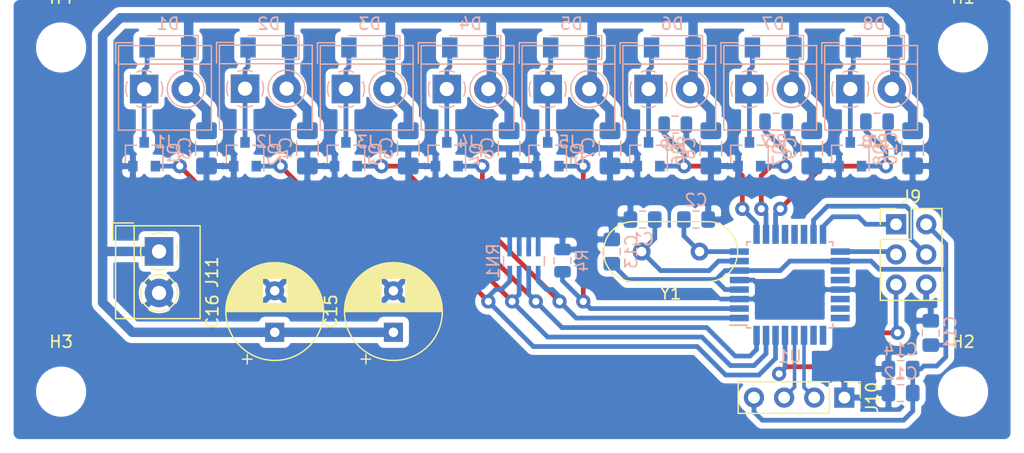
<source format=kicad_pcb>
(kicad_pcb (version 20171130) (host pcbnew 5.0.1)
  (layers (0 F.Cu signal) (31 B.Cu signal) (34 B.Paste user hide) (35 F.Paste user hide) (36 B.SilkS user hide) (37 F.SilkS user hide) (38 B.Mask user hide) (39 F.Mask user hide) (44 Edge.Cuts user hide))
  (net 0 "")
  (net 1 GND)
  (net 2 "Net-(U1-Pad12)")
  (net 3 "Net-(U1-Pad13)")
  (net 4 "Net-(U1-Pad14)")
  (net 5 "Net-(U1-Pad19)")
  (net 6 "Net-(U1-Pad20)")
  (net 7 "Net-(U1-Pad22)")
  (net 8 "Net-(U1-Pad23)")
  (net 9 "Net-(U1-Pad24)")
  (net 10 "Net-(U1-Pad25)")
  (net 11 "Net-(U1-Pad26)")
  (net 12 "Net-(D1-Pad2)")
  (net 13 +12V)
  (net 14 "Net-(D6-Pad2)")
  (net 15 "Net-(D5-Pad2)")
  (net 16 "Net-(D4-Pad2)")
  (net 17 "Net-(D3-Pad2)")
  (net 18 "Net-(D2-Pad2)")
  (net 19 "Net-(D8-Pad2)")
  (net 20 "Net-(D7-Pad2)")
  (net 21 PWM3)
  (net 22 PWM7)
  (net 23 PWM6)
  (net 24 PWM2)
  (net 25 PWM5)
  (net 26 PWM1)
  (net 27 PWM4)
  (net 28 PWM0)
  (net 29 +5V)
  (net 30 "Net-(C1-Pad2)")
  (net 31 "Net-(C2-Pad2)")
  (net 32 "Net-(J9-Pad4)")
  (net 33 "Net-(J9-Pad1)")
  (net 34 "Net-(J9-Pad3)")
  (net 35 "Net-(J9-Pad5)")
  (net 36 SDA)
  (net 37 SCL)
  (module Capacitor_THT:CP_Radial_D8.0mm_P3.50mm (layer F.Cu) (at 131 98 90)
    (fp_text reference C15 (at 1.75 -5.25 90) (layer F.SilkS))
    (fp_text value CP)
    (pad 2 thru_hole circle (at 3.5 0 90) (size 1.6 1.6) (drill 0.8) (layers *.Cu *.Mask) (net 1 GND))
    (pad 1 thru_hole rect (at 0 0 90) (size 1.6 1.6) (drill 0.8) (layers *.Cu *.Mask) (net 13 +12V))
  )
  (module Capacitor_THT:CP_Radial_D8.0mm_P3.50mm (layer F.Cu) (at 121 98 90)
    (fp_text reference C16 (at 1.75 -5.25 90) (layer F.SilkS))
    (fp_text value CP)
    (pad 1 thru_hole rect (at 0 0 90) (size 1.6 1.6) (drill 0.8) (layers *.Cu *.Mask) (net 13 +12V))
    (pad 2 thru_hole circle (at 3.5 0 90) (size 1.6 1.6) (drill 0.8) (layers *.Cu *.Mask) (net 1 GND))
  )
  (module MountingHole:MountingHole_3.2mm_M3 (layer F.Cu) (at 103 103)
    (fp_text reference H3 (at 0 -4.2) (layer F.SilkS))
    (fp_text value MountingHole)
    (pad 1 np_thru_hole circle (at 0 0) (size 3.2 3.2) (drill 3.2) (layers *.Cu *.Mask))
  )
  (module MountingHole:MountingHole_3.2mm_M3 (layer F.Cu) (at 179 103)
    (fp_text reference H2 (at 0 -4.2) (layer F.SilkS))
    (fp_text value MountingHole)
    (pad 1 np_thru_hole circle (at 0 0) (size 3.2 3.2) (drill 3.2) (layers *.Cu *.Mask))
  )
  (module MountingHole:MountingHole_3.2mm_M3 (layer F.Cu) (at 103 74)
    (fp_text reference H4 (at 0 -4.2) (layer F.SilkS))
    (fp_text value MountingHole)
    (pad 1 np_thru_hole circle (at 0 0) (size 3.2 3.2) (drill 3.2) (layers *.Cu *.Mask))
  )
  (module MountingHole:MountingHole_3.2mm_M3 (layer F.Cu) (at 179 74)
    (fp_text reference H1 (at 0 -4.2) (layer F.SilkS))
    (fp_text value MountingHole)
    (pad 1 np_thru_hole circle (at 0 0) (size 3.2 3.2) (drill 3.2) (layers *.Cu *.Mask))
  )
  (module Resistor_SMD:R_0805_2012Metric (layer B.Cu) (at 145.25 91.962499 90)
    (fp_text reference R4 (at 0 1.65 90) (layer B.SilkS) (effects (justify mirror)))
    (fp_text value R)
    (pad 1 smd roundrect (at -0.9375 0 90) (size 0.975 1.4) (layers B.Cu B.Paste B.Mask) (net 27 PWM4))
    (pad 2 smd roundrect (at 0.9375 0 90) (size 0.975 1.4) (layers B.Cu B.Paste B.Mask) (net 1 GND))
  )
  (module Resistor_SMD:R_Array_Concave_4x0603 (layer B.Cu) (at 142 92 270)
    (fp_text reference RN1 (at 0 2.6 270) (layer B.SilkS) (effects (justify mirror)))
    (fp_text value R_Pack04)
    (pad 2 smd rect (at -0.85 0.4 270) (size 0.9 0.4) (layers B.Cu B.Paste B.Mask) (net 1 GND))
    (pad 3 smd rect (at -0.85 -0.4 270) (size 0.9 0.4) (layers B.Cu B.Paste B.Mask) (net 1 GND))
    (pad 1 smd rect (at -0.85 1.2 270) (size 0.9 0.4) (layers B.Cu B.Paste B.Mask) (net 1 GND))
    (pad 4 smd rect (at -0.85 -1.2 270) (size 0.9 0.4) (layers B.Cu B.Paste B.Mask) (net 1 GND))
    (pad 8 smd rect (at 0.85 1.2 270) (size 0.9 0.4) (layers B.Cu B.Paste B.Mask) (net 28 PWM0))
    (pad 7 smd rect (at 0.85 0.4 270) (size 0.9 0.4) (layers B.Cu B.Paste B.Mask) (net 26 PWM1))
    (pad 6 smd rect (at 0.85 -0.4 270) (size 0.9 0.4) (layers B.Cu B.Paste B.Mask) (net 24 PWM2))
    (pad 5 smd rect (at 0.85 -1.2 270) (size 0.9 0.4) (layers B.Cu B.Paste B.Mask) (net 21 PWM3))
  )
  (module Resistor_SMD:R_0805_2012Metric (layer B.Cu) (at 163.25 80.25)
    (fp_text reference R3 (at 0 1.65) (layer B.SilkS) (effects (justify mirror)))
    (fp_text value R)
    (pad 2 smd roundrect (at 0.9375 0) (size 0.975 1.4) (layers B.Cu B.Paste B.Mask) (net 1 GND))
    (pad 1 smd roundrect (at -0.9375 0) (size 0.975 1.4) (layers B.Cu B.Paste B.Mask) (net 23 PWM6))
  )
  (module Resistor_SMD:R_0805_2012Metric (layer B.Cu) (at 154.75 80.5)
    (fp_text reference R2 (at 0 1.65) (layer B.SilkS) (effects (justify mirror)))
    (fp_text value R)
    (pad 1 smd roundrect (at -0.9375 0) (size 0.975 1.4) (layers B.Cu B.Paste B.Mask) (net 25 PWM5))
    (pad 2 smd roundrect (at 0.9375 0) (size 0.975 1.4) (layers B.Cu B.Paste B.Mask) (net 1 GND))
  )
  (module Resistor_SMD:R_0805_2012Metric (layer B.Cu) (at 171.75 80.25)
    (fp_text reference R1 (at 0 1.65) (layer B.SilkS) (effects (justify mirror)))
    (fp_text value R)
    (pad 1 smd roundrect (at -0.9375 0) (size 0.975 1.4) (layers B.Cu B.Paste B.Mask) (net 22 PWM7))
    (pad 2 smd roundrect (at 0.9375 0) (size 0.975 1.4) (layers B.Cu B.Paste B.Mask) (net 1 GND))
  )
  (module TerminalBlock_4Ucon:TerminalBlock_4Ucon_1x02_P3.50mm_Horizontal (layer F.Cu) (at 111.252 91.186 270)
    (fp_text reference J11 (at 1.75 -4.46 270) (layer F.SilkS))
    (fp_text value Conn_01x02)
    (pad 1 thru_hole rect (at 0 0 270) (size 2.4 2.4) (drill 1.2) (layers *.Cu *.Mask) (net 13 +12V))
    (pad 2 thru_hole circle (at 3.5 0 270) (size 2.4 2.4) (drill 1.2) (layers *.Cu *.Mask) (net 1 GND))
  )
  (module Capacitor_SMD:C_0805_2012Metric_Pad1.15x1.40mm_HandSolder (layer B.Cu) (at 176.276 98.053 90)
    (fp_text reference C11 (at 0 1.65 90) (layer B.SilkS) (effects (justify mirror)))
    (fp_text value C)
    (pad 2 smd roundrect (at 1.025 0 90) (size 1.15 1.4) (layers B.Cu B.Paste B.Mask) (roundrect_rratio 0.217391) (net 1 GND))
    (pad 1 smd roundrect (at -1.025 0 90) (size 1.15 1.4) (layers B.Cu B.Paste B.Mask) (roundrect_rratio 0.217391) (net 29 +5V))
  )
  (module Capacitor_SMD:C_0805_2012Metric_Pad1.15x1.40mm_HandSolder (layer B.Cu) (at 173.736 103.124 180)
    (fp_text reference C12 (at 0 1.65 180) (layer B.SilkS) (effects (justify mirror)))
    (fp_text value C)
    (pad 1 smd roundrect (at -1.025 0 180) (size 1.15 1.4) (layers B.Cu B.Paste B.Mask) (roundrect_rratio 0.217391) (net 29 +5V))
    (pad 2 smd roundrect (at 1.025 0 180) (size 1.15 1.4) (layers B.Cu B.Paste B.Mask) (roundrect_rratio 0.217391) (net 1 GND))
  )
  (module Capacitor_SMD:C_0805_2012Metric_Pad1.15x1.40mm_HandSolder (layer B.Cu) (at 149.4 91.2 90)
    (fp_text reference C13 (at 0 1.65 90) (layer B.SilkS) (effects (justify mirror)))
    (fp_text value C)
    (pad 2 smd roundrect (at 1.025 0 90) (size 1.15 1.4) (layers B.Cu B.Paste B.Mask) (roundrect_rratio 0.217391) (net 1 GND))
    (pad 1 smd roundrect (at -1.025 0 90) (size 1.15 1.4) (layers B.Cu B.Paste B.Mask) (roundrect_rratio 0.217391) (net 29 +5V))
  )
  (module Capacitor_SMD:C_0805_2012Metric_Pad1.15x1.40mm_HandSolder (layer B.Cu) (at 173.736 101.092 180)
    (fp_text reference C14 (at 0 1.65 180) (layer B.SilkS) (effects (justify mirror)))
    (fp_text value C)
    (pad 1 smd roundrect (at -1.025 0 180) (size 1.15 1.4) (layers B.Cu B.Paste B.Mask) (roundrect_rratio 0.217391) (net 29 +5V))
    (pad 2 smd roundrect (at 1.025 0 180) (size 1.15 1.4) (layers B.Cu B.Paste B.Mask) (roundrect_rratio 0.217391) (net 1 GND))
  )
  (module Connector_PinHeader_2.54mm:PinHeader_1x04_P2.54mm_Vertical (layer F.Cu) (at 169 103.5 270)
    (fp_text reference J10 (at 0 -2.33 270) (layer F.SilkS))
    (fp_text value Conn_01x04)
    (pad 4 thru_hole oval (at 0 7.62 270) (size 1.7 1.7) (drill 1) (layers *.Cu *.Mask) (net 29 +5V))
    (pad 3 thru_hole oval (at 0 5.08 270) (size 1.7 1.7) (drill 1) (layers *.Cu *.Mask) (net 37 SCL))
    (pad 2 thru_hole oval (at 0 2.54 270) (size 1.7 1.7) (drill 1) (layers *.Cu *.Mask) (net 36 SDA))
    (pad 1 thru_hole rect (at 0 0 270) (size 1.7 1.7) (drill 1) (layers *.Cu *.Mask) (net 1 GND))
  )
  (module Capacitor_SMD:C_1206_3216Metric_Pad1.42x1.75mm_HandSolder (layer B.Cu) (at 115.25 82.5 270)
    (fp_text reference C3 (at 0 1.82 270) (layer B.SilkS) (effects (justify mirror)))
    (fp_text value C)
    (pad 2 smd roundrect (at 1.4875 0 270) (size 1.425 1.75) (layers B.Cu B.Paste B.Mask) (roundrect_rratio 0.175439) (net 1 GND))
    (pad 1 smd roundrect (at -1.4875 0 270) (size 1.425 1.75) (layers B.Cu B.Paste B.Mask) (roundrect_rratio 0.175439) (net 13 +12V))
  )
  (module Capacitor_SMD:C_1206_3216Metric_Pad1.42x1.75mm_HandSolder (layer B.Cu) (at 123.75 82.5 270)
    (fp_text reference C4 (at 0 1.82 270) (layer B.SilkS) (effects (justify mirror)))
    (fp_text value C)
    (pad 1 smd roundrect (at -1.4875 0 270) (size 1.425 1.75) (layers B.Cu B.Paste B.Mask) (roundrect_rratio 0.175439) (net 13 +12V))
    (pad 2 smd roundrect (at 1.4875 0 270) (size 1.425 1.75) (layers B.Cu B.Paste B.Mask) (roundrect_rratio 0.175439) (net 1 GND))
  )
  (module Capacitor_SMD:C_1206_3216Metric_Pad1.42x1.75mm_HandSolder (layer B.Cu) (at 132.25 82.5 270)
    (fp_text reference C5 (at 0 1.82 270) (layer B.SilkS) (effects (justify mirror)))
    (fp_text value C)
    (pad 2 smd roundrect (at 1.4875 0 270) (size 1.425 1.75) (layers B.Cu B.Paste B.Mask) (roundrect_rratio 0.175439) (net 1 GND))
    (pad 1 smd roundrect (at -1.4875 0 270) (size 1.425 1.75) (layers B.Cu B.Paste B.Mask) (roundrect_rratio 0.175439) (net 13 +12V))
  )
  (module Capacitor_SMD:C_1206_3216Metric_Pad1.42x1.75mm_HandSolder (layer B.Cu) (at 140.75 82.5 270)
    (fp_text reference C6 (at 0 1.82 270) (layer B.SilkS) (effects (justify mirror)))
    (fp_text value C)
    (pad 1 smd roundrect (at -1.4875 0 270) (size 1.425 1.75) (layers B.Cu B.Paste B.Mask) (roundrect_rratio 0.175439) (net 13 +12V))
    (pad 2 smd roundrect (at 1.4875 0 270) (size 1.425 1.75) (layers B.Cu B.Paste B.Mask) (roundrect_rratio 0.175439) (net 1 GND))
  )
  (module Capacitor_SMD:C_1206_3216Metric_Pad1.42x1.75mm_HandSolder (layer B.Cu) (at 149.25 82.5 270)
    (fp_text reference C7 (at 0 1.82 270) (layer B.SilkS) (effects (justify mirror)))
    (fp_text value C)
    (pad 2 smd roundrect (at 1.4875 0 270) (size 1.425 1.75) (layers B.Cu B.Paste B.Mask) (roundrect_rratio 0.175439) (net 1 GND))
    (pad 1 smd roundrect (at -1.4875 0 270) (size 1.425 1.75) (layers B.Cu B.Paste B.Mask) (roundrect_rratio 0.175439) (net 13 +12V))
  )
  (module Capacitor_SMD:C_1206_3216Metric_Pad1.42x1.75mm_HandSolder (layer B.Cu) (at 157.75 82.5 270)
    (fp_text reference C8 (at 0 1.82 270) (layer B.SilkS) (effects (justify mirror)))
    (fp_text value C)
    (pad 1 smd roundrect (at -1.4875 0 270) (size 1.425 1.75) (layers B.Cu B.Paste B.Mask) (roundrect_rratio 0.175439) (net 13 +12V))
    (pad 2 smd roundrect (at 1.4875 0 270) (size 1.425 1.75) (layers B.Cu B.Paste B.Mask) (roundrect_rratio 0.175439) (net 1 GND))
  )
  (module Capacitor_SMD:C_1206_3216Metric_Pad1.42x1.75mm_HandSolder (layer B.Cu) (at 166.25 82.5 270)
    (fp_text reference C9 (at 0 1.82 270) (layer B.SilkS) (effects (justify mirror)))
    (fp_text value C)
    (pad 2 smd roundrect (at 1.4875 0 270) (size 1.425 1.75) (layers B.Cu B.Paste B.Mask) (roundrect_rratio 0.175439) (net 1 GND))
    (pad 1 smd roundrect (at -1.4875 0 270) (size 1.425 1.75) (layers B.Cu B.Paste B.Mask) (roundrect_rratio 0.175439) (net 13 +12V))
  )
  (module Capacitor_SMD:C_1206_3216Metric_Pad1.42x1.75mm_HandSolder (layer B.Cu) (at 174.75 82.5 270)
    (fp_text reference C10 (at 0 1.82 270) (layer B.SilkS) (effects (justify mirror)))
    (fp_text value C)
    (pad 1 smd roundrect (at -1.4875 0 270) (size 1.425 1.75) (layers B.Cu B.Paste B.Mask) (roundrect_rratio 0.175439) (net 13 +12V))
    (pad 2 smd roundrect (at 1.4875 0 270) (size 1.425 1.75) (layers B.Cu B.Paste B.Mask) (roundrect_rratio 0.175439) (net 1 GND))
  )
  (module Capacitor_SMD:C_0805_2012Metric_Pad1.15x1.40mm_HandSolder (layer B.Cu) (at 152 88.5)
    (fp_text reference C1 (at 0 1.65) (layer B.SilkS) (effects (justify mirror)))
    (fp_text value C_Small)
    (pad 2 smd roundrect (at 1.025 0) (size 1.15 1.4) (layers B.Cu B.Paste B.Mask) (roundrect_rratio 0.217391) (net 30 "Net-(C1-Pad2)"))
    (pad 1 smd roundrect (at -1.025 0) (size 1.15 1.4) (layers B.Cu B.Paste B.Mask) (roundrect_rratio 0.217391) (net 1 GND))
  )
  (module Capacitor_SMD:C_0805_2012Metric_Pad1.15x1.40mm_HandSolder (layer B.Cu) (at 156.5 88.5 180)
    (fp_text reference C2 (at 0 1.65 180) (layer B.SilkS) (effects (justify mirror)))
    (fp_text value C_Small)
    (pad 1 smd roundrect (at -1.025 0 180) (size 1.15 1.4) (layers B.Cu B.Paste B.Mask) (roundrect_rratio 0.217391) (net 1 GND))
    (pad 2 smd roundrect (at 1.025 0 180) (size 1.15 1.4) (layers B.Cu B.Paste B.Mask) (roundrect_rratio 0.217391) (net 31 "Net-(C2-Pad2)"))
  )
  (module Crystal:Crystal_HC49-U_Vertical (layer F.Cu) (at 156.8 91.2 180)
    (fp_text reference Y1 (at 2.44 -3.525 180) (layer F.SilkS))
    (fp_text value Crystal_Small)
    (pad 1 thru_hole circle (at 0 0 180) (size 1.5 1.5) (drill 0.8) (layers *.Cu *.Mask) (net 31 "Net-(C2-Pad2)"))
    (pad 2 thru_hole circle (at 4.88 0 180) (size 1.5 1.5) (drill 0.8) (layers *.Cu *.Mask) (net 30 "Net-(C1-Pad2)"))
  )
  (module Connector_PinHeader_2.54mm:PinHeader_2x03_P2.54mm_Vertical (layer F.Cu) (at 173.355 88.9)
    (fp_text reference J9 (at 1.27 -2.33) (layer F.SilkS))
    (fp_text value AVR-ISP-6)
    (pad 1 thru_hole rect (at 0 0) (size 1.7 1.7) (drill 1) (layers *.Cu *.Mask) (net 33 "Net-(J9-Pad1)"))
    (pad 2 thru_hole oval (at 2.54 0) (size 1.7 1.7) (drill 1) (layers *.Cu *.Mask) (net 29 +5V))
    (pad 3 thru_hole oval (at 0 2.54) (size 1.7 1.7) (drill 1) (layers *.Cu *.Mask) (net 34 "Net-(J9-Pad3)"))
    (pad 4 thru_hole oval (at 2.54 2.54) (size 1.7 1.7) (drill 1) (layers *.Cu *.Mask) (net 32 "Net-(J9-Pad4)"))
    (pad 5 thru_hole oval (at 0 5.08) (size 1.7 1.7) (drill 1) (layers *.Cu *.Mask) (net 35 "Net-(J9-Pad5)"))
    (pad 6 thru_hole oval (at 2.54 5.08) (size 1.7 1.7) (drill 1) (layers *.Cu *.Mask) (net 1 GND))
  )
  (module Diode_SMD:D_MiniMELF (layer B.Cu) (at 120.5 74 180)
    (fp_text reference D2 (at 0 2 180) (layer B.SilkS) (effects (justify mirror)))
    (fp_text value D)
    (pad 1 smd rect (at -1.75 0 180) (size 1.3 1.7) (layers B.Cu B.Paste B.Mask) (net 13 +12V))
    (pad 2 smd rect (at 1.75 0 180) (size 1.3 1.7) (layers B.Cu B.Paste B.Mask) (net 18 "Net-(D2-Pad2)"))
  )
  (module Diode_SMD:D_MiniMELF (layer B.Cu) (at 129 74 180)
    (fp_text reference D3 (at 0 2 180) (layer B.SilkS) (effects (justify mirror)))
    (fp_text value D)
    (pad 2 smd rect (at 1.75 0 180) (size 1.3 1.7) (layers B.Cu B.Paste B.Mask) (net 17 "Net-(D3-Pad2)"))
    (pad 1 smd rect (at -1.75 0 180) (size 1.3 1.7) (layers B.Cu B.Paste B.Mask) (net 13 +12V))
  )
  (module Diode_SMD:D_MiniMELF (layer B.Cu) (at 137.5 74 180)
    (fp_text reference D4 (at 0 2 180) (layer B.SilkS) (effects (justify mirror)))
    (fp_text value D)
    (pad 1 smd rect (at -1.75 0 180) (size 1.3 1.7) (layers B.Cu B.Paste B.Mask) (net 13 +12V))
    (pad 2 smd rect (at 1.75 0 180) (size 1.3 1.7) (layers B.Cu B.Paste B.Mask) (net 16 "Net-(D4-Pad2)"))
  )
  (module Diode_SMD:D_MiniMELF (layer B.Cu) (at 146 74 180)
    (fp_text reference D5 (at 0 2 180) (layer B.SilkS) (effects (justify mirror)))
    (fp_text value D)
    (pad 2 smd rect (at 1.75 0 180) (size 1.3 1.7) (layers B.Cu B.Paste B.Mask) (net 15 "Net-(D5-Pad2)"))
    (pad 1 smd rect (at -1.75 0 180) (size 1.3 1.7) (layers B.Cu B.Paste B.Mask) (net 13 +12V))
  )
  (module Diode_SMD:D_MiniMELF (layer B.Cu) (at 154.5 74 180)
    (fp_text reference D6 (at 0 2 180) (layer B.SilkS) (effects (justify mirror)))
    (fp_text value D)
    (pad 1 smd rect (at -1.75 0 180) (size 1.3 1.7) (layers B.Cu B.Paste B.Mask) (net 13 +12V))
    (pad 2 smd rect (at 1.75 0 180) (size 1.3 1.7) (layers B.Cu B.Paste B.Mask) (net 14 "Net-(D6-Pad2)"))
  )
  (module Diode_SMD:D_MiniMELF (layer B.Cu) (at 163 74 180)
    (fp_text reference D7 (at 0 2 180) (layer B.SilkS) (effects (justify mirror)))
    (fp_text value D)
    (pad 2 smd rect (at 1.75 0 180) (size 1.3 1.7) (layers B.Cu B.Paste B.Mask) (net 20 "Net-(D7-Pad2)"))
    (pad 1 smd rect (at -1.75 0 180) (size 1.3 1.7) (layers B.Cu B.Paste B.Mask) (net 13 +12V))
  )
  (module Diode_SMD:D_MiniMELF (layer B.Cu) (at 171.5 74 180)
    (fp_text reference D8 (at 0 2 180) (layer B.SilkS) (effects (justify mirror)))
    (fp_text value D)
    (pad 1 smd rect (at -1.75 0 180) (size 1.3 1.7) (layers B.Cu B.Paste B.Mask) (net 13 +12V))
    (pad 2 smd rect (at 1.75 0 180) (size 1.3 1.7) (layers B.Cu B.Paste B.Mask) (net 19 "Net-(D8-Pad2)"))
  )
  (module Package_TO_SOT_SMD:SOT-23 (layer B.Cu) (at 118.5 83 90)
    (fp_text reference Q2 (at 0 2.5 90) (layer B.SilkS) (effects (justify mirror)))
    (fp_text value BSS138)
    (pad 1 smd rect (at -1 0.95 90) (size 0.9 0.8) (layers B.Cu B.Paste B.Mask) (net 26 PWM1))
    (pad 2 smd rect (at -1 -0.95 90) (size 0.9 0.8) (layers B.Cu B.Paste B.Mask) (net 1 GND))
    (pad 3 smd rect (at 1 0 90) (size 0.9 0.8) (layers B.Cu B.Paste B.Mask) (net 18 "Net-(D2-Pad2)"))
  )
  (module Package_TO_SOT_SMD:SOT-23 (layer B.Cu) (at 127 83 90)
    (fp_text reference Q3 (at 0 2.5 90) (layer B.SilkS) (effects (justify mirror)))
    (fp_text value BSS138)
    (pad 3 smd rect (at 1 0 90) (size 0.9 0.8) (layers B.Cu B.Paste B.Mask) (net 17 "Net-(D3-Pad2)"))
    (pad 2 smd rect (at -1 -0.95 90) (size 0.9 0.8) (layers B.Cu B.Paste B.Mask) (net 1 GND))
    (pad 1 smd rect (at -1 0.95 90) (size 0.9 0.8) (layers B.Cu B.Paste B.Mask) (net 24 PWM2))
  )
  (module Package_TO_SOT_SMD:SOT-23 (layer B.Cu) (at 135.5 83 90)
    (fp_text reference Q4 (at 0 2.5 90) (layer B.SilkS) (effects (justify mirror)))
    (fp_text value BSS138)
    (pad 1 smd rect (at -1 0.95 90) (size 0.9 0.8) (layers B.Cu B.Paste B.Mask) (net 21 PWM3))
    (pad 2 smd rect (at -1 -0.95 90) (size 0.9 0.8) (layers B.Cu B.Paste B.Mask) (net 1 GND))
    (pad 3 smd rect (at 1 0 90) (size 0.9 0.8) (layers B.Cu B.Paste B.Mask) (net 16 "Net-(D4-Pad2)"))
  )
  (module Package_TO_SOT_SMD:SOT-23 (layer B.Cu) (at 144 83 90)
    (fp_text reference Q5 (at 0 2.5 90) (layer B.SilkS) (effects (justify mirror)))
    (fp_text value BSS138)
    (pad 3 smd rect (at 1 0 90) (size 0.9 0.8) (layers B.Cu B.Paste B.Mask) (net 15 "Net-(D5-Pad2)"))
    (pad 2 smd rect (at -1 -0.95 90) (size 0.9 0.8) (layers B.Cu B.Paste B.Mask) (net 1 GND))
    (pad 1 smd rect (at -1 0.95 90) (size 0.9 0.8) (layers B.Cu B.Paste B.Mask) (net 27 PWM4))
  )
  (module Package_TO_SOT_SMD:SOT-23 (layer B.Cu) (at 152.5 83 90)
    (fp_text reference Q6 (at 0 2.5 90) (layer B.SilkS) (effects (justify mirror)))
    (fp_text value BSS138)
    (pad 1 smd rect (at -1 0.95 90) (size 0.9 0.8) (layers B.Cu B.Paste B.Mask) (net 25 PWM5))
    (pad 2 smd rect (at -1 -0.95 90) (size 0.9 0.8) (layers B.Cu B.Paste B.Mask) (net 1 GND))
    (pad 3 smd rect (at 1 0 90) (size 0.9 0.8) (layers B.Cu B.Paste B.Mask) (net 14 "Net-(D6-Pad2)"))
  )
  (module Package_TO_SOT_SMD:SOT-23 (layer B.Cu) (at 169.5 83 90)
    (fp_text reference Q8 (at 0 2.5 90) (layer B.SilkS) (effects (justify mirror)))
    (fp_text value BSS138)
    (pad 3 smd rect (at 1 0 90) (size 0.9 0.8) (layers B.Cu B.Paste B.Mask) (net 19 "Net-(D8-Pad2)"))
    (pad 2 smd rect (at -1 -0.95 90) (size 0.9 0.8) (layers B.Cu B.Paste B.Mask) (net 1 GND))
    (pad 1 smd rect (at -1 0.95 90) (size 0.9 0.8) (layers B.Cu B.Paste B.Mask) (net 22 PWM7))
  )
  (module Package_TO_SOT_SMD:SOT-23 (layer B.Cu) (at 161 83 90)
    (fp_text reference Q7 (at 0 2.5 90) (layer B.SilkS) (effects (justify mirror)))
    (fp_text value BSS138)
    (pad 1 smd rect (at -1 0.95 90) (size 0.9 0.8) (layers B.Cu B.Paste B.Mask) (net 23 PWM6))
    (pad 2 smd rect (at -1 -0.95 90) (size 0.9 0.8) (layers B.Cu B.Paste B.Mask) (net 1 GND))
    (pad 3 smd rect (at 1 0 90) (size 0.9 0.8) (layers B.Cu B.Paste B.Mask) (net 20 "Net-(D7-Pad2)"))
  )
  (module TerminalBlock_4Ucon:TerminalBlock_4Ucon_1x02_P3.50mm_Horizontal (layer B.Cu) (at 161 77.5)
    (fp_text reference J7 (at 1.75 4.46) (layer B.SilkS) (effects (justify mirror)))
    (fp_text value Conn_01x02)
    (pad 1 thru_hole rect (at 0 0) (size 2.4 2.4) (drill 1.2) (layers *.Cu *.Mask) (net 20 "Net-(D7-Pad2)"))
    (pad 2 thru_hole circle (at 3.5 0) (size 2.4 2.4) (drill 1.2) (layers *.Cu *.Mask) (net 13 +12V))
  )
  (module TerminalBlock_4Ucon:TerminalBlock_4Ucon_1x02_P3.50mm_Horizontal (layer B.Cu) (at 169.5 77.5)
    (fp_text reference J8 (at 1.75 4.46) (layer B.SilkS) (effects (justify mirror)))
    (fp_text value Conn_01x02)
    (pad 2 thru_hole circle (at 3.5 0) (size 2.4 2.4) (drill 1.2) (layers *.Cu *.Mask) (net 13 +12V))
    (pad 1 thru_hole rect (at 0 0) (size 2.4 2.4) (drill 1.2) (layers *.Cu *.Mask) (net 19 "Net-(D8-Pad2)"))
  )
  (module TerminalBlock_4Ucon:TerminalBlock_4Ucon_1x02_P3.50mm_Horizontal (layer B.Cu) (at 118.5 77.47)
    (fp_text reference J2 (at 1.75 4.46) (layer B.SilkS) (effects (justify mirror)))
    (fp_text value Conn_01x02)
    (pad 1 thru_hole rect (at 0 0) (size 2.4 2.4) (drill 1.2) (layers *.Cu *.Mask) (net 18 "Net-(D2-Pad2)"))
    (pad 2 thru_hole circle (at 3.5 0) (size 2.4 2.4) (drill 1.2) (layers *.Cu *.Mask) (net 13 +12V))
  )
  (module TerminalBlock_4Ucon:TerminalBlock_4Ucon_1x02_P3.50mm_Horizontal (layer B.Cu) (at 127 77.5)
    (fp_text reference J3 (at 1.75 4.46) (layer B.SilkS) (effects (justify mirror)))
    (fp_text value Conn_01x02)
    (pad 2 thru_hole circle (at 3.5 0) (size 2.4 2.4) (drill 1.2) (layers *.Cu *.Mask) (net 13 +12V))
    (pad 1 thru_hole rect (at 0 0) (size 2.4 2.4) (drill 1.2) (layers *.Cu *.Mask) (net 17 "Net-(D3-Pad2)"))
  )
  (module TerminalBlock_4Ucon:TerminalBlock_4Ucon_1x02_P3.50mm_Horizontal (layer B.Cu) (at 135.5 77.5)
    (fp_text reference J4 (at 1.75 4.46) (layer B.SilkS) (effects (justify mirror)))
    (fp_text value Conn_01x02)
    (pad 1 thru_hole rect (at 0 0) (size 2.4 2.4) (drill 1.2) (layers *.Cu *.Mask) (net 16 "Net-(D4-Pad2)"))
    (pad 2 thru_hole circle (at 3.5 0) (size 2.4 2.4) (drill 1.2) (layers *.Cu *.Mask) (net 13 +12V))
  )
  (module TerminalBlock_4Ucon:TerminalBlock_4Ucon_1x02_P3.50mm_Horizontal (layer B.Cu) (at 144 77.5)
    (fp_text reference J5 (at 1.75 4.46) (layer B.SilkS) (effects (justify mirror)))
    (fp_text value Conn_01x02)
    (pad 2 thru_hole circle (at 3.5 0) (size 2.4 2.4) (drill 1.2) (layers *.Cu *.Mask) (net 13 +12V))
    (pad 1 thru_hole rect (at 0 0) (size 2.4 2.4) (drill 1.2) (layers *.Cu *.Mask) (net 15 "Net-(D5-Pad2)"))
  )
  (module TerminalBlock_4Ucon:TerminalBlock_4Ucon_1x02_P3.50mm_Horizontal (layer B.Cu) (at 152.5 77.5)
    (fp_text reference J6 (at 1.75 4.46) (layer B.SilkS) (effects (justify mirror)))
    (fp_text value Conn_01x02)
    (pad 1 thru_hole rect (at 0 0) (size 2.4 2.4) (drill 1.2) (layers *.Cu *.Mask) (net 14 "Net-(D6-Pad2)"))
    (pad 2 thru_hole circle (at 3.5 0) (size 2.4 2.4) (drill 1.2) (layers *.Cu *.Mask) (net 13 +12V))
  )
  (module Diode_SMD:D_MiniMELF (layer B.Cu) (at 112 74 180)
    (fp_text reference D1 (at 0 2 180) (layer B.SilkS) (effects (justify mirror)))
    (fp_text value D)
    (pad 1 smd rect (at -1.75 0 180) (size 1.3 1.7) (layers B.Cu B.Paste B.Mask) (net 13 +12V))
    (pad 2 smd rect (at 1.75 0 180) (size 1.3 1.7) (layers B.Cu B.Paste B.Mask) (net 12 "Net-(D1-Pad2)"))
  )
  (module TerminalBlock_4Ucon:TerminalBlock_4Ucon_1x02_P3.50mm_Horizontal (layer B.Cu) (at 110 77.5)
    (fp_text reference J1 (at 1.75 4.46) (layer B.SilkS) (effects (justify mirror)))
    (fp_text value Conn_01x02)
    (pad 1 thru_hole rect (at 0 0) (size 2.4 2.4) (drill 1.2) (layers *.Cu *.Mask) (net 12 "Net-(D1-Pad2)"))
    (pad 2 thru_hole circle (at 3.5 0) (size 2.4 2.4) (drill 1.2) (layers *.Cu *.Mask) (net 13 +12V))
  )
  (module Package_QFP:TQFP-32_7x7mm_P0.8mm (layer B.Cu) (at 164.4 94)
    (fp_text reference U1 (at 0 6.05) (layer B.SilkS) (effects (justify mirror)))
    (fp_text value ATmega8A-AU)
    (pad 32 smd rect (at -2.8 4.25 270) (size 1.6 0.55) (layers B.Cu B.Paste B.Mask) (net 24 PWM2))
    (pad 31 smd rect (at -2 4.25 270) (size 1.6 0.55) (layers B.Cu B.Paste B.Mask) (net 26 PWM1))
    (pad 30 smd rect (at -1.2 4.25 270) (size 1.6 0.55) (layers B.Cu B.Paste B.Mask) (net 28 PWM0))
    (pad 29 smd rect (at -0.4 4.25 270) (size 1.6 0.55) (layers B.Cu B.Paste B.Mask) (net 35 "Net-(J9-Pad5)"))
    (pad 28 smd rect (at 0.4 4.25 270) (size 1.6 0.55) (layers B.Cu B.Paste B.Mask) (net 37 SCL))
    (pad 27 smd rect (at 1.2 4.25 270) (size 1.6 0.55) (layers B.Cu B.Paste B.Mask) (net 36 SDA))
    (pad 26 smd rect (at 2 4.25 270) (size 1.6 0.55) (layers B.Cu B.Paste B.Mask) (net 11 "Net-(U1-Pad26)"))
    (pad 25 smd rect (at 2.8 4.25 270) (size 1.6 0.55) (layers B.Cu B.Paste B.Mask) (net 10 "Net-(U1-Pad25)"))
    (pad 24 smd rect (at 4.25 2.8) (size 1.6 0.55) (layers B.Cu B.Paste B.Mask) (net 9 "Net-(U1-Pad24)"))
    (pad 23 smd rect (at 4.25 2) (size 1.6 0.55) (layers B.Cu B.Paste B.Mask) (net 8 "Net-(U1-Pad23)"))
    (pad 22 smd rect (at 4.25 1.2) (size 1.6 0.55) (layers B.Cu B.Paste B.Mask) (net 7 "Net-(U1-Pad22)"))
    (pad 21 smd rect (at 4.25 0.4) (size 1.6 0.55) (layers B.Cu B.Paste B.Mask) (net 1 GND))
    (pad 20 smd rect (at 4.25 -0.4) (size 1.6 0.55) (layers B.Cu B.Paste B.Mask) (net 6 "Net-(U1-Pad20)"))
    (pad 19 smd rect (at 4.25 -1.2) (size 1.6 0.55) (layers B.Cu B.Paste B.Mask) (net 5 "Net-(U1-Pad19)"))
    (pad 18 smd rect (at 4.25 -2) (size 1.6 0.55) (layers B.Cu B.Paste B.Mask) (net 29 +5V))
    (pad 17 smd rect (at 4.25 -2.8) (size 1.6 0.55) (layers B.Cu B.Paste B.Mask) (net 34 "Net-(J9-Pad3)"))
    (pad 16 smd rect (at 2.8 -4.25 270) (size 1.6 0.55) (layers B.Cu B.Paste B.Mask) (net 33 "Net-(J9-Pad1)"))
    (pad 15 smd rect (at 2 -4.25 270) (size 1.6 0.55) (layers B.Cu B.Paste B.Mask) (net 32 "Net-(J9-Pad4)"))
    (pad 14 smd rect (at 1.2 -4.25 270) (size 1.6 0.55) (layers B.Cu B.Paste B.Mask) (net 4 "Net-(U1-Pad14)"))
    (pad 13 smd rect (at 0.4 -4.25 270) (size 1.6 0.55) (layers B.Cu B.Paste B.Mask) (net 3 "Net-(U1-Pad13)"))
    (pad 12 smd rect (at -0.4 -4.25 270) (size 1.6 0.55) (layers B.Cu B.Paste B.Mask) (net 2 "Net-(U1-Pad12)"))
    (pad 11 smd rect (at -1.2 -4.25 270) (size 1.6 0.55) (layers B.Cu B.Paste B.Mask) (net 22 PWM7))
    (pad 10 smd rect (at -2 -4.25 270) (size 1.6 0.55) (layers B.Cu B.Paste B.Mask) (net 23 PWM6))
    (pad 9 smd rect (at -2.8 -4.25 270) (size 1.6 0.55) (layers B.Cu B.Paste B.Mask) (net 25 PWM5))
    (pad 8 smd rect (at -4.25 -2.8) (size 1.6 0.55) (layers B.Cu B.Paste B.Mask) (net 31 "Net-(C2-Pad2)"))
    (pad 7 smd rect (at -4.25 -2) (size 1.6 0.55) (layers B.Cu B.Paste B.Mask) (net 30 "Net-(C1-Pad2)"))
    (pad 6 smd rect (at -4.25 -1.2) (size 1.6 0.55) (layers B.Cu B.Paste B.Mask) (net 29 +5V))
    (pad 5 smd rect (at -4.25 -0.4) (size 1.6 0.55) (layers B.Cu B.Paste B.Mask) (net 1 GND))
    (pad 4 smd rect (at -4.25 0.4) (size 1.6 0.55) (layers B.Cu B.Paste B.Mask) (net 29 +5V))
    (pad 3 smd rect (at -4.25 1.2) (size 1.6 0.55) (layers B.Cu B.Paste B.Mask) (net 1 GND))
    (pad 2 smd rect (at -4.25 2) (size 1.6 0.55) (layers B.Cu B.Paste B.Mask) (net 27 PWM4))
    (pad 1 smd rect (at -4.25 2.8) (size 1.6 0.55) (layers B.Cu B.Paste B.Mask) (net 21 PWM3))
  )
  (module Package_TO_SOT_SMD:SOT-23 (layer B.Cu) (at 110 83 90)
    (fp_text reference Q1 (at 0 2.5 90) (layer B.SilkS) (effects (justify mirror)))
    (fp_text value BSS138)
    (pad 1 smd rect (at -1 0.95 90) (size 0.9 0.8) (layers B.Cu B.Paste B.Mask) (net 28 PWM0))
    (pad 2 smd rect (at -1 -0.95 90) (size 0.9 0.8) (layers B.Cu B.Paste B.Mask) (net 1 GND))
    (pad 3 smd rect (at 1 0 90) (size 0.9 0.8) (layers B.Cu B.Paste B.Mask) (net 12 "Net-(D1-Pad2)"))
  )
  (segment (start 167.45 94.4) (end 168.65 94.4) (width 0.4) (layer B.Cu) (net 1))
  (segment (start 162.15 94.4) (end 167.45 94.4) (width 0.4) (layer B.Cu) (net 1))
  (segment (start 161.35 93.6) (end 162.15 94.4) (width 0.4) (layer B.Cu) (net 1))
  (segment (start 160.15 93.6) (end 161.35 93.6) (width 0.4) (layer B.Cu) (net 1))
  (segment (start 161.35 95.2) (end 162.15 94.4) (width 0.4) (layer B.Cu) (net 1))
  (segment (start 160.15 95.2) (end 161.35 95.2) (width 0.4) (layer B.Cu) (net 1))
  (segment (start 160.15 95.2) (end 158.6 95.2) (width 0.4) (layer B.Cu) (net 1))
  (segment (start 168.65 94.4) (end 170.2 94.4) (width 0.4) (layer B.Cu) (net 1))
  (segment (start 143.2 91.15) (end 143.2 89.6) (width 0.4) (layer B.Cu) (net 1))
  (segment (start 141.6 91.15) (end 141.6 89.6) (width 0.4) (layer B.Cu) (net 1))
  (segment (start 140.8 91.15) (end 140.8 89.6) (width 0.4) (layer B.Cu) (net 1))
  (segment (start 142.4 91.15) (end 142.4 89.6) (width 0.4) (layer B.Cu) (net 1))
  (segment (start 110.25 75.65) (end 110.25 74) (width 0.4) (layer B.Cu) (net 12))
  (segment (start 110 77.5) (end 110 75.9) (width 0.4) (layer B.Cu) (net 12))
  (segment (start 110 75.9) (end 110.25 75.65) (width 0.4) (layer B.Cu) (net 12))
  (segment (start 110 82) (end 110 77.5) (width 0.4) (layer B.Cu) (net 12))
  (segment (start 113.75 77.25) (end 113.5 77.5) (width 0.8) (layer B.Cu) (net 13))
  (segment (start 113.75 74) (end 113.75 77.25) (width 0.8) (layer B.Cu) (net 13))
  (segment (start 122.25 77.22) (end 122 77.47) (width 0.8) (layer B.Cu) (net 13))
  (segment (start 122.25 74) (end 122.25 77.22) (width 0.8) (layer B.Cu) (net 13))
  (segment (start 130.75 77.25) (end 130.5 77.5) (width 0.8) (layer B.Cu) (net 13))
  (segment (start 130.75 74) (end 130.75 77.25) (width 0.8) (layer B.Cu) (net 13))
  (segment (start 139.25 77.25) (end 139 77.5) (width 0.8) (layer B.Cu) (net 13))
  (segment (start 139.25 74) (end 139.25 77.25) (width 0.8) (layer B.Cu) (net 13))
  (segment (start 147.75 77.25) (end 147.5 77.5) (width 0.8) (layer B.Cu) (net 13))
  (segment (start 147.75 74) (end 147.75 77.25) (width 0.8) (layer B.Cu) (net 13))
  (segment (start 156.25 77.25) (end 156 77.5) (width 0.8) (layer B.Cu) (net 13))
  (segment (start 156.25 74) (end 156.25 77.25) (width 0.8) (layer B.Cu) (net 13))
  (segment (start 164.75 77.25) (end 164.5 77.5) (width 0.8) (layer B.Cu) (net 13))
  (segment (start 164.75 74) (end 164.75 77.25) (width 0.8) (layer B.Cu) (net 13))
  (segment (start 173.25 77.25) (end 173 77.5) (width 0.8) (layer B.Cu) (net 13))
  (segment (start 173.25 74) (end 173.25 77.25) (width 0.8) (layer B.Cu) (net 13))
  (segment (start 113.75 74) (end 113.75 71.75) (width 0.8) (layer B.Cu) (net 13))
  (segment (start 113.75 71.75) (end 114 71.5) (width 0.8) (layer B.Cu) (net 13))
  (segment (start 173.25 72.25) (end 173.25 74) (width 0.8) (layer B.Cu) (net 13))
  (segment (start 172.5 71.5) (end 173.25 72.25) (width 0.8) (layer B.Cu) (net 13))
  (segment (start 164.75 71.75) (end 165 71.5) (width 0.8) (layer B.Cu) (net 13))
  (segment (start 164.75 74) (end 164.75 71.75) (width 0.8) (layer B.Cu) (net 13))
  (segment (start 165 71.5) (end 172.5 71.5) (width 0.8) (layer B.Cu) (net 13))
  (segment (start 156.25 71.75) (end 156.5 71.5) (width 0.8) (layer B.Cu) (net 13))
  (segment (start 156.25 74) (end 156.25 71.75) (width 0.8) (layer B.Cu) (net 13))
  (segment (start 156.5 71.5) (end 165 71.5) (width 0.8) (layer B.Cu) (net 13))
  (segment (start 147.75 74) (end 147.75 71.75) (width 0.8) (layer B.Cu) (net 13))
  (segment (start 147.75 71.75) (end 148 71.5) (width 0.8) (layer B.Cu) (net 13))
  (segment (start 148 71.5) (end 156.5 71.5) (width 0.8) (layer B.Cu) (net 13))
  (segment (start 139.25 71.75) (end 139.5 71.5) (width 0.8) (layer B.Cu) (net 13))
  (segment (start 139.25 74) (end 139.25 71.75) (width 0.8) (layer B.Cu) (net 13))
  (segment (start 139.5 71.5) (end 148 71.5) (width 0.8) (layer B.Cu) (net 13))
  (segment (start 130.75 71.75) (end 131 71.5) (width 0.8) (layer B.Cu) (net 13))
  (segment (start 130.75 74) (end 130.75 71.75) (width 0.8) (layer B.Cu) (net 13))
  (segment (start 131 71.5) (end 139.5 71.5) (width 0.8) (layer B.Cu) (net 13))
  (segment (start 122.25 71.75) (end 122.5 71.5) (width 0.8) (layer B.Cu) (net 13))
  (segment (start 122.25 74) (end 122.25 71.75) (width 0.8) (layer B.Cu) (net 13))
  (segment (start 114 71.5) (end 122.5 71.5) (width 0.8) (layer B.Cu) (net 13))
  (segment (start 122.5 71.5) (end 131 71.5) (width 0.8) (layer B.Cu) (net 13))
  (segment (start 115.25 79.25) (end 113.5 77.5) (width 0.8) (layer B.Cu) (net 13))
  (segment (start 115.25 81.0125) (end 115.25 79.25) (width 0.8) (layer B.Cu) (net 13))
  (segment (start 123.75 79.22) (end 122 77.47) (width 0.8) (layer B.Cu) (net 13))
  (segment (start 123.75 81.0125) (end 123.75 79.22) (width 0.8) (layer B.Cu) (net 13))
  (segment (start 132.25 79.25) (end 130.5 77.5) (width 0.8) (layer B.Cu) (net 13))
  (segment (start 132.25 81.0125) (end 132.25 79.25) (width 0.8) (layer B.Cu) (net 13))
  (segment (start 140.75 79.25) (end 139 77.5) (width 0.8) (layer B.Cu) (net 13))
  (segment (start 140.75 81.0125) (end 140.75 79.25) (width 0.8) (layer B.Cu) (net 13))
  (segment (start 149.25 79.25) (end 147.5 77.5) (width 0.8) (layer B.Cu) (net 13))
  (segment (start 149.25 81.0125) (end 149.25 79.25) (width 0.8) (layer B.Cu) (net 13))
  (segment (start 157.75 79.25) (end 156 77.5) (width 0.8) (layer B.Cu) (net 13))
  (segment (start 157.75 81.0125) (end 157.75 79.25) (width 0.8) (layer B.Cu) (net 13))
  (segment (start 166.25 79.25) (end 164.5 77.5) (width 0.8) (layer B.Cu) (net 13))
  (segment (start 166.25 81.0125) (end 166.25 79.25) (width 0.8) (layer B.Cu) (net 13))
  (segment (start 174.75 79.25) (end 173 77.5) (width 0.8) (layer B.Cu) (net 13))
  (segment (start 174.75 81.0125) (end 174.75 79.25) (width 0.8) (layer B.Cu) (net 13))
  (segment (start 114 71.5) (end 108 71.5) (width 0.8) (layer B.Cu) (net 13))
  (segment (start 108 71.5) (end 106.5 73) (width 0.8) (layer B.Cu) (net 13))
  (segment (start 131 98) (end 121 98) (width 0.8) (layer B.Cu) (net 13))
  (segment (start 106.5 73) (end 106.5 89) (width 0.8) (layer B.Cu) (net 13))
  (segment (start 121 98) (end 109 98) (width 0.8) (layer B.Cu) (net 13))
  (segment (start 109 98) (end 106.5 95.5) (width 0.8) (layer B.Cu) (net 13))
  (segment (start 106.686 91.186) (end 106.5 91) (width 0.8) (layer B.Cu) (net 13))
  (segment (start 111.252 91.186) (end 106.686 91.186) (width 0.8) (layer B.Cu) (net 13))
  (segment (start 106.5 95.5) (end 106.5 91) (width 0.8) (layer B.Cu) (net 13))
  (segment (start 106.5 91) (end 106.5 89) (width 0.8) (layer B.Cu) (net 13))
  (segment (start 152.5 77.5) (end 152.5 75.9) (width 0.4) (layer B.Cu) (net 14))
  (segment (start 152.75 75.65) (end 152.75 74) (width 0.4) (layer B.Cu) (net 14))
  (segment (start 152.5 75.9) (end 152.75 75.65) (width 0.4) (layer B.Cu) (net 14))
  (segment (start 152.5 82) (end 152.5 77.5) (width 0.4) (layer B.Cu) (net 14))
  (segment (start 144.25 75.65) (end 144.25 74) (width 0.4) (layer B.Cu) (net 15))
  (segment (start 144 77.5) (end 144 75.9) (width 0.4) (layer B.Cu) (net 15))
  (segment (start 144 75.9) (end 144.25 75.65) (width 0.4) (layer B.Cu) (net 15))
  (segment (start 144 82) (end 144 77.5) (width 0.4) (layer B.Cu) (net 15))
  (segment (start 135.5 77.5) (end 135.5 75.9) (width 0.4) (layer B.Cu) (net 16))
  (segment (start 135.75 75.65) (end 135.75 74) (width 0.4) (layer B.Cu) (net 16))
  (segment (start 135.5 75.9) (end 135.75 75.65) (width 0.4) (layer B.Cu) (net 16))
  (segment (start 135.5 82) (end 135.5 77.5) (width 0.4) (layer B.Cu) (net 16))
  (segment (start 127.25 75.65) (end 127.25 74) (width 0.4) (layer B.Cu) (net 17))
  (segment (start 127 77.5) (end 127 75.9) (width 0.4) (layer B.Cu) (net 17))
  (segment (start 127 75.9) (end 127.25 75.65) (width 0.4) (layer B.Cu) (net 17))
  (segment (start 127 81.15) (end 127 77.5) (width 0.4) (layer B.Cu) (net 17))
  (segment (start 127 82) (end 127 81.15) (width 0.4) (layer B.Cu) (net 17))
  (segment (start 118.75 75.62) (end 118.75 74) (width 0.4) (layer B.Cu) (net 18))
  (segment (start 118.5 77.47) (end 118.5 75.87) (width 0.4) (layer B.Cu) (net 18))
  (segment (start 118.5 75.87) (end 118.75 75.62) (width 0.4) (layer B.Cu) (net 18))
  (segment (start 118.5 82) (end 118.5 77.47) (width 0.4) (layer B.Cu) (net 18))
  (segment (start 169.5 77.5) (end 169.5 75.9) (width 0.4) (layer B.Cu) (net 19))
  (segment (start 169.75 75.65) (end 169.75 74) (width 0.4) (layer B.Cu) (net 19))
  (segment (start 169.5 75.9) (end 169.75 75.65) (width 0.4) (layer B.Cu) (net 19))
  (segment (start 169.5 77.5) (end 169.5 82) (width 0.4) (layer B.Cu) (net 19))
  (segment (start 161.25 75.65) (end 161.25 74) (width 0.4) (layer B.Cu) (net 20))
  (segment (start 161 77.5) (end 161 75.9) (width 0.4) (layer B.Cu) (net 20))
  (segment (start 161 75.9) (end 161.25 75.65) (width 0.4) (layer B.Cu) (net 20))
  (segment (start 161 82) (end 161 77.5) (width 0.4) (layer B.Cu) (net 20))
  (via (at 138.5 84) (size 1.2) (drill 0.6) (layers F.Cu B.Cu) (net 21))
  (segment (start 136.45 84) (end 138.5 84) (width 0.4) (layer B.Cu) (net 21))
  (via (at 145 95.4) (size 1.2) (drill 0.6) (layers F.Cu B.Cu) (net 21))
  (segment (start 160.15 96.8) (end 146.4 96.8) (width 0.4) (layer B.Cu) (net 21))
  (segment (start 146.4 96.8) (end 145 95.4) (width 0.4) (layer B.Cu) (net 21))
  (segment (start 138.5 88.9) (end 138.5 84) (width 0.4) (layer F.Cu) (net 21))
  (segment (start 145 95.4) (end 138.5 88.9) (width 0.4) (layer F.Cu) (net 21))
  (segment (start 145 95) (end 145 95.4) (width 0.4) (layer B.Cu) (net 21))
  (segment (start 143.9 94.4) (end 144.4 94.4) (width 0.4) (layer B.Cu) (net 21))
  (segment (start 144.4 94.4) (end 145 95) (width 0.4) (layer B.Cu) (net 21))
  (segment (start 143.2 92.85) (end 143.2 93.7) (width 0.4) (layer B.Cu) (net 21))
  (segment (start 143.2 93.7) (end 143.9 94.4) (width 0.4) (layer B.Cu) (net 21))
  (via (at 172.5 84) (size 1.2) (drill 0.6) (layers F.Cu B.Cu) (net 22))
  (segment (start 170.45 84) (end 172.5 84) (width 0.4) (layer B.Cu) (net 22))
  (segment (start 163.2 89.75) (end 163.2 88.55) (width 0.4) (layer B.Cu) (net 22))
  (via (at 163.6 87.6) (size 1.2) (drill 0.6) (layers F.Cu B.Cu) (net 22))
  (segment (start 163.2 88.55) (end 163.2 88) (width 0.4) (layer B.Cu) (net 22))
  (segment (start 163.2 88) (end 163.6 87.6) (width 0.4) (layer B.Cu) (net 22))
  (segment (start 167.2 84) (end 172.5 84) (width 0.4) (layer F.Cu) (net 22))
  (segment (start 163.6 87.6) (end 167.2 84) (width 0.4) (layer F.Cu) (net 22))
  (segment (start 172.5 82.75) (end 172.5 84) (width 0.4) (layer B.Cu) (net 22))
  (segment (start 170.8125 80.25) (end 170.8125 81.0625) (width 0.4) (layer B.Cu) (net 22))
  (segment (start 170.8125 81.0625) (end 172.5 82.75) (width 0.4) (layer B.Cu) (net 22))
  (via (at 164 84) (size 1.2) (drill 0.6) (layers F.Cu B.Cu) (net 23))
  (segment (start 161.95 84) (end 164 84) (width 0.4) (layer B.Cu) (net 23))
  (via (at 162 87.6) (size 1.2) (drill 0.6) (layers F.Cu B.Cu) (net 23))
  (segment (start 162.4 89.75) (end 162.4 88) (width 0.4) (layer B.Cu) (net 23))
  (segment (start 162.4 88) (end 162 87.6) (width 0.4) (layer B.Cu) (net 23))
  (segment (start 164 84) (end 162.8 84) (width 0.4) (layer F.Cu) (net 23))
  (segment (start 162 84.8) (end 162 87.6) (width 0.4) (layer F.Cu) (net 23))
  (segment (start 162.8 84) (end 162 84.8) (width 0.4) (layer F.Cu) (net 23))
  (segment (start 162.3125 81.05) (end 163.25 81.9875) (width 0.4) (layer B.Cu) (net 23))
  (segment (start 162.3125 80.25) (end 162.3125 81.05) (width 0.4) (layer B.Cu) (net 23))
  (segment (start 163.25 81.9875) (end 163.25 82) (width 0.4) (layer B.Cu) (net 23))
  (segment (start 163.25 82) (end 164 82.75) (width 0.4) (layer B.Cu) (net 23))
  (segment (start 164 82.75) (end 164 84) (width 0.4) (layer B.Cu) (net 23))
  (via (at 130 84) (size 1.2) (drill 0.6) (layers F.Cu B.Cu) (net 24))
  (segment (start 127.95 84) (end 130 84) (width 0.4) (layer B.Cu) (net 24))
  (via (at 143 95.4) (size 1.2) (drill 0.6) (layers F.Cu B.Cu) (net 24))
  (segment (start 131.6 84) (end 130 84) (width 0.4) (layer F.Cu) (net 24))
  (segment (start 143 95.4) (end 131.6 84) (width 0.4) (layer F.Cu) (net 24))
  (segment (start 145.2 97.6) (end 143 95.4) (width 0.4) (layer B.Cu) (net 24))
  (segment (start 157.4 97.6) (end 145.2 97.6) (width 0.4) (layer B.Cu) (net 24))
  (segment (start 161.6 98.25) (end 161.6 99.45) (width 0.4) (layer B.Cu) (net 24))
  (segment (start 159.8 100) (end 157.4 97.6) (width 0.4) (layer B.Cu) (net 24))
  (segment (start 161.05 100) (end 159.8 100) (width 0.4) (layer B.Cu) (net 24))
  (segment (start 161.6 99.45) (end 161.05 100) (width 0.4) (layer B.Cu) (net 24))
  (segment (start 142.4 94.8) (end 143 95.4) (width 0.4) (layer B.Cu) (net 24))
  (segment (start 142.4 92.85) (end 142.4 94.8) (width 0.4) (layer B.Cu) (net 24))
  (via (at 155.5 84) (size 1.2) (drill 0.6) (layers F.Cu B.Cu) (net 25))
  (segment (start 153.45 84) (end 155.5 84) (width 0.4) (layer B.Cu) (net 25))
  (via (at 160.4 87.6) (size 1.2) (drill 0.6) (layers F.Cu B.Cu) (net 25))
  (segment (start 161.6 89.75) (end 161.6 89) (width 0.4) (layer B.Cu) (net 25))
  (segment (start 161.6 88.8) (end 160.4 87.6) (width 0.4) (layer B.Cu) (net 25))
  (segment (start 161.6 89.75) (end 161.6 88.8) (width 0.4) (layer B.Cu) (net 25))
  (segment (start 155.5 84) (end 159.6 84) (width 0.4) (layer F.Cu) (net 25))
  (segment (start 160.4 84.8) (end 160.4 87.6) (width 0.4) (layer F.Cu) (net 25))
  (segment (start 159.6 84) (end 160.4 84.8) (width 0.4) (layer F.Cu) (net 25))
  (segment (start 153.8125 81.3) (end 154.5 81.9875) (width 0.4) (layer B.Cu) (net 25))
  (segment (start 153.8125 80.5) (end 153.8125 81.3) (width 0.4) (layer B.Cu) (net 25))
  (segment (start 154.5 81.9875) (end 154.5 82) (width 0.4) (layer B.Cu) (net 25))
  (segment (start 154.5 82) (end 155.5 83) (width 0.4) (layer B.Cu) (net 25))
  (segment (start 155.5 83) (end 155.5 84) (width 0.4) (layer B.Cu) (net 25))
  (via (at 121.5 84) (size 1.2) (drill 0.6) (layers F.Cu B.Cu) (net 26))
  (segment (start 119.45 84) (end 121.5 84) (width 0.4) (layer B.Cu) (net 26))
  (via (at 141 95.4) (size 1.2) (drill 0.6) (layers F.Cu B.Cu) (net 26))
  (segment (start 144 98.4) (end 141 95.4) (width 0.4) (layer B.Cu) (net 26))
  (segment (start 157 98.4) (end 144 98.4) (width 0.4) (layer B.Cu) (net 26))
  (segment (start 159.4 100.8) (end 157 98.4) (width 0.4) (layer B.Cu) (net 26))
  (segment (start 162.4 98.25) (end 162.4 99.8) (width 0.4) (layer B.Cu) (net 26))
  (segment (start 161.4 100.8) (end 159.4 100.8) (width 0.4) (layer B.Cu) (net 26))
  (segment (start 162.4 99.8) (end 161.4 100.8) (width 0.4) (layer B.Cu) (net 26))
  (segment (start 131.2 85.6) (end 141 95.4) (width 0.4) (layer F.Cu) (net 26))
  (segment (start 121.5 84) (end 123.1 85.6) (width 0.4) (layer F.Cu) (net 26))
  (segment (start 123.1 85.6) (end 131.2 85.6) (width 0.4) (layer F.Cu) (net 26))
  (segment (start 141.6 94.8) (end 141 95.4) (width 0.4) (layer B.Cu) (net 26))
  (segment (start 141.6 92.85) (end 141.6 94.8) (width 0.4) (layer B.Cu) (net 26))
  (via (at 147 84) (size 1.2) (drill 0.6) (layers F.Cu B.Cu) (net 27))
  (segment (start 144.95 84) (end 147 84) (width 0.4) (layer B.Cu) (net 27))
  (via (at 147 95.4) (size 1.2) (drill 0.6) (layers F.Cu B.Cu) (net 27))
  (segment (start 147 84) (end 147 95.4) (width 0.4) (layer F.Cu) (net 27))
  (segment (start 147.599999 95.999999) (end 147 95.4) (width 0.4) (layer B.Cu) (net 27))
  (segment (start 160.15 96) (end 147.599999 95.999999) (width 0.4) (layer B.Cu) (net 27))
  (segment (start 145.25 93.65) (end 147 95.4) (width 0.4) (layer B.Cu) (net 27))
  (segment (start 145.25 92.899999) (end 145.25 93.65) (width 0.4) (layer B.Cu) (net 27))
  (via (at 113 84) (size 1.2) (drill 0.6) (layers F.Cu B.Cu) (net 28))
  (segment (start 110.95 84) (end 113 84) (width 0.4) (layer B.Cu) (net 28))
  (via (at 139 95.4) (size 1.2) (drill 0.6) (layers F.Cu B.Cu) (net 28))
  (segment (start 142.8 99.2) (end 139 95.4) (width 0.4) (layer B.Cu) (net 28))
  (segment (start 139 95.4) (end 130.4 86.8) (width 0.4) (layer F.Cu) (net 28))
  (segment (start 156.6 99.2) (end 142.8 99.2) (width 0.4) (layer B.Cu) (net 28))
  (segment (start 159 101.6) (end 156.6 99.2) (width 0.4) (layer B.Cu) (net 28))
  (segment (start 161.8 101.6) (end 159 101.6) (width 0.4) (layer B.Cu) (net 28))
  (segment (start 163.2 98.25) (end 163.2 100.2) (width 0.4) (layer B.Cu) (net 28))
  (segment (start 163.2 100.2) (end 161.8 101.6) (width 0.4) (layer B.Cu) (net 28))
  (segment (start 115.8 86.8) (end 113 84) (width 0.4) (layer F.Cu) (net 28))
  (segment (start 130.4 86.8) (end 115.8 86.8) (width 0.4) (layer F.Cu) (net 28))
  (segment (start 139 95) (end 139 95.4) (width 0.4) (layer B.Cu) (net 28))
  (segment (start 139.6 94.4) (end 139 95) (width 0.4) (layer B.Cu) (net 28))
  (segment (start 140.1 94.4) (end 139.6 94.4) (width 0.4) (layer B.Cu) (net 28))
  (segment (start 140.8 92.85) (end 140.8 93.7) (width 0.4) (layer B.Cu) (net 28))
  (segment (start 140.8 93.7) (end 140.1 94.4) (width 0.4) (layer B.Cu) (net 28))
  (segment (start 158.95 92.8) (end 158.2 93.55) (width 0.4) (layer B.Cu) (net 29))
  (segment (start 160.15 92.8) (end 158.95 92.8) (width 0.4) (layer B.Cu) (net 29))
  (segment (start 158.2 93.65) (end 158.95 94.4) (width 0.4) (layer B.Cu) (net 29))
  (segment (start 158.95 94.4) (end 160.15 94.4) (width 0.4) (layer B.Cu) (net 29))
  (segment (start 158.2 93.55) (end 158.2 93.65) (width 0.4) (layer B.Cu) (net 29))
  (segment (start 160.15 92.8) (end 163.6 92.8) (width 0.4) (layer B.Cu) (net 29))
  (segment (start 164.4 92) (end 168.65 92) (width 0.4) (layer B.Cu) (net 29))
  (segment (start 163.6 92.8) (end 164.4 92) (width 0.4) (layer B.Cu) (net 29))
  (segment (start 150.725 93.55) (end 149.4 92.225) (width 0.4) (layer B.Cu) (net 29))
  (segment (start 158.2 93.55) (end 150.725 93.55) (width 0.4) (layer B.Cu) (net 29))
  (segment (start 177.546 90.551) (end 175.895 88.9) (width 0.4) (layer B.Cu) (net 29))
  (segment (start 177.546 92.202) (end 177.546 90.551) (width 0.4) (layer B.Cu) (net 29))
  (segment (start 176.14 88.655) (end 175.895 88.9) (width 0.4) (layer B.Cu) (net 29))
  (segment (start 161.38 104.702081) (end 162.087919 105.41) (width 0.4) (layer B.Cu) (net 29))
  (segment (start 161.38 103.5) (end 161.38 104.702081) (width 0.4) (layer B.Cu) (net 29))
  (segment (start 162.087919 105.41) (end 173.99 105.41) (width 0.4) (layer B.Cu) (net 29))
  (segment (start 174.761 104.639) (end 174.761 103.124) (width 0.4) (layer B.Cu) (net 29))
  (segment (start 173.99 105.41) (end 174.761 104.639) (width 0.4) (layer B.Cu) (net 29))
  (segment (start 174.761 101.092) (end 174.761 103.124) (width 0.4) (layer B.Cu) (net 29))
  (segment (start 175.436 101.092) (end 175.69 100.838) (width 0.4) (layer B.Cu) (net 29))
  (segment (start 174.761 101.092) (end 175.436 101.092) (width 0.4) (layer B.Cu) (net 29))
  (segment (start 175.69 100.838) (end 176.784 100.838) (width 0.4) (layer B.Cu) (net 29))
  (segment (start 176.784 100.838) (end 177.546 100.076) (width 0.4) (layer B.Cu) (net 29))
  (segment (start 177.526001 92.690001) (end 177.546 92.71) (width 0.4) (layer B.Cu) (net 29))
  (segment (start 171.938001 92.690001) (end 177.526001 92.690001) (width 0.4) (layer B.Cu) (net 29))
  (segment (start 168.65 92) (end 171.248 92) (width 0.4) (layer B.Cu) (net 29))
  (segment (start 171.248 92) (end 171.938001 92.690001) (width 0.4) (layer B.Cu) (net 29))
  (segment (start 176.276 99.078) (end 177.468 99.078) (width 0.4) (layer B.Cu) (net 29))
  (segment (start 177.468 99.078) (end 177.546 99) (width 0.4) (layer B.Cu) (net 29))
  (segment (start 177.546 100.076) (end 177.546 99) (width 0.4) (layer B.Cu) (net 29))
  (segment (start 177.546 99) (end 177.546 92.202) (width 0.4) (layer B.Cu) (net 29))
  (segment (start 160.15 92) (end 158.4 92) (width 0.4) (layer B.Cu) (net 30))
  (segment (start 158.4 92) (end 157.6 92.8) (width 0.4) (layer B.Cu) (net 30))
  (segment (start 153.52 92.8) (end 151.92 91.2) (width 0.4) (layer B.Cu) (net 30))
  (segment (start 157.6 92.8) (end 153.52 92.8) (width 0.4) (layer B.Cu) (net 30))
  (segment (start 152 91.12) (end 151.92 91.2) (width 0.4) (layer B.Cu) (net 30))
  (segment (start 153.025 90.095) (end 151.92 91.2) (width 0.4) (layer B.Cu) (net 30))
  (segment (start 153.025 88.5) (end 153.025 90.095) (width 0.4) (layer B.Cu) (net 30))
  (segment (start 160.15 91.2) (end 156.8 91.2) (width 0.4) (layer B.Cu) (net 31))
  (segment (start 155.475 89.875) (end 156.8 91.2) (width 0.4) (layer B.Cu) (net 31))
  (segment (start 155.475 88.5) (end 155.475 89.875) (width 0.4) (layer B.Cu) (net 31))
  (segment (start 175.045001 90.590001) (end 175.895 91.44) (width 0.4) (layer B.Cu) (net 32))
  (segment (start 166.4 89.75) (end 166.4 88.55) (width 0.4) (layer B.Cu) (net 32))
  (segment (start 174.204002 87.376) (end 174.605001 87.776999) (width 0.4) (layer B.Cu) (net 32))
  (segment (start 167.574 87.376) (end 174.204002 87.376) (width 0.4) (layer B.Cu) (net 32))
  (segment (start 166.4 88.55) (end 167.574 87.376) (width 0.4) (layer B.Cu) (net 32))
  (segment (start 174.605001 90.150001) (end 175.045001 90.590001) (width 0.4) (layer B.Cu) (net 32))
  (segment (start 174.605001 87.776999) (end 174.605001 90.150001) (width 0.4) (layer B.Cu) (net 32))
  (segment (start 168.03 88.265) (end 170.18 88.265) (width 0.4) (layer B.Cu) (net 33))
  (segment (start 167.2 89.095) (end 168.03 88.265) (width 0.4) (layer B.Cu) (net 33))
  (segment (start 167.2 89.75) (end 167.2 89.095) (width 0.4) (layer B.Cu) (net 33))
  (segment (start 170.815 88.9) (end 170.18 88.265) (width 0.4) (layer B.Cu) (net 33))
  (segment (start 173.355 88.9) (end 170.815 88.9) (width 0.4) (layer B.Cu) (net 33))
  (segment (start 173.115 91.2) (end 173.355 91.44) (width 0.4) (layer B.Cu) (net 34))
  (segment (start 168.65 91.2) (end 173.115 91.2) (width 0.4) (layer B.Cu) (net 34))
  (segment (start 164 98.25) (end 164 101) (width 0.4) (layer B.Cu) (net 35))
  (via (at 163.5 101.5) (size 1.2) (drill 0.6) (layers F.Cu B.Cu) (net 35))
  (segment (start 164 101) (end 163.5 101.5) (width 0.4) (layer B.Cu) (net 35))
  (segment (start 164.099999 100.900001) (end 168.599999 100.900001) (width 0.4) (layer F.Cu) (net 35))
  (segment (start 163.5 101.5) (end 164.099999 100.900001) (width 0.4) (layer F.Cu) (net 35))
  (via (at 173.482 98.044) (size 1.2) (drill 0.6) (layers F.Cu B.Cu) (net 35))
  (segment (start 173.355 93.98) (end 173.355 97.917) (width 0.4) (layer B.Cu) (net 35))
  (segment (start 173.355 97.917) (end 173.482 98.044) (width 0.4) (layer B.Cu) (net 35))
  (segment (start 171.456 98.044) (end 171.196 98.304) (width 0.4) (layer F.Cu) (net 35))
  (segment (start 173.482 98.044) (end 171.456 98.044) (width 0.4) (layer F.Cu) (net 35))
  (segment (start 168.599999 100.900001) (end 171.196 98.304) (width 0.4) (layer F.Cu) (net 35))
  (segment (start 165.6 102.64) (end 166.46 103.5) (width 0.3) (layer B.Cu) (net 36))
  (segment (start 165.6 98.25) (end 165.6 102.64) (width 0.3) (layer B.Cu) (net 36))
  (segment (start 164.8 102.62) (end 163.92 103.5) (width 0.3) (layer B.Cu) (net 37))
  (segment (start 164.8 98.25) (end 164.8 102.62) (width 0.3) (layer B.Cu) (net 37))
  (zone (net 1) (net_name GND) (layer B.Cu) (connect_pads (clearance 0.508)) (min_thickness 0.254) (fill yes (arc_segments 32) (thermal_gap 0.508) (thermal_bridge_width 0.508) (smoothing fillet) (radius 0.5))
    (polygon (pts (xy 99 70) (xy 183 70) (xy 183 107) (xy 99 107)))
  )
  (zone (net 0) (net_name "") (layer B.Cu) (connect_pads (clearance 0.508)) (min_thickness 0.254)
    (keepout (tracks allowed) (vias not_allowed) (copperpour not_allowed))
    (fill (arc_segments 16) (thermal_gap 0.508) (thermal_bridge_width 0.508))
    (polygon (pts (xy 140 90) (xy 144.4 90) (xy 144.4 93.6) (xy 140 93.6)))
  )
  (zone (net 0) (net_name "") (layer B.Cu) (connect_pads (clearance 0.508)) (min_thickness 0.254)
    (keepout (tracks allowed) (vias not_allowed) (copperpour not_allowed))
    (fill (arc_segments 16) (thermal_gap 0.508) (thermal_bridge_width 0.508))
    (polygon (pts (xy 150 89.2) (xy 158.4 89.2) (xy 160 88.4) (xy 161.2 88.8) (xy 161.2 90.4) (xy 158 91.2) (xy 157.2 92.4) (xy 152 92.4) (xy 150 90.8)))
  )
)
</source>
